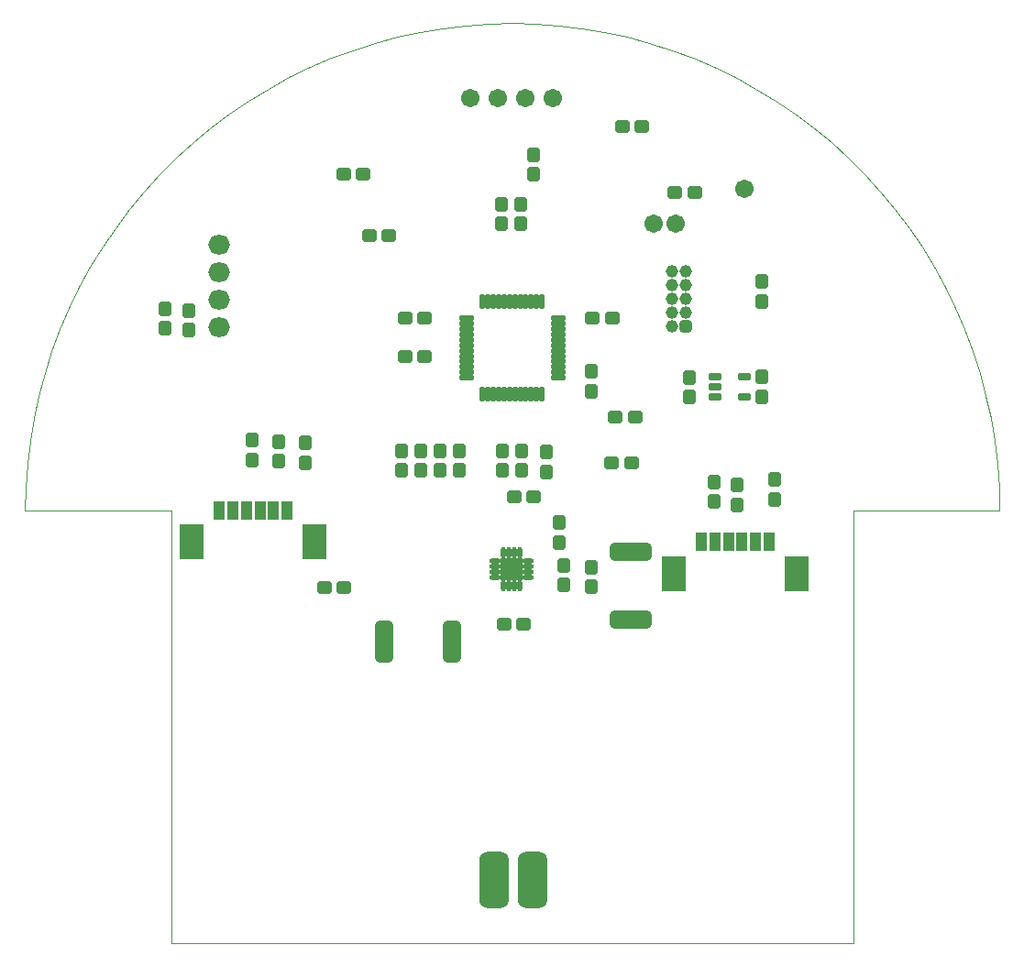
<source format=gts>
%FSLAX25Y25*%
%MOIN*%
G70*
G01*
G75*
G04 Layer_Color=8388736*
%ADD10R,0.03189X0.06299*%
%ADD11R,0.08268X0.11811*%
G04:AMPARAMS|DCode=12|XSize=98.43mil|YSize=196.85mil|CornerRadius=24.61mil|HoleSize=0mil|Usage=FLASHONLY|Rotation=180.000|XOffset=0mil|YOffset=0mil|HoleType=Round|Shape=RoundedRectangle|*
%AMROUNDEDRECTD12*
21,1,0.09843,0.14764,0,0,180.0*
21,1,0.04921,0.19685,0,0,180.0*
1,1,0.04921,-0.02461,0.07382*
1,1,0.04921,0.02461,0.07382*
1,1,0.04921,0.02461,-0.07382*
1,1,0.04921,-0.02461,-0.07382*
%
%ADD12ROUNDEDRECTD12*%
%ADD13C,0.05906*%
%ADD14R,0.07087X0.07087*%
%ADD15O,0.00984X0.03543*%
%ADD16O,0.03543X0.00984*%
G04:AMPARAMS|DCode=17|XSize=11.81mil|YSize=47.24mil|CornerRadius=2.95mil|HoleSize=0mil|Usage=FLASHONLY|Rotation=180.000|XOffset=0mil|YOffset=0mil|HoleType=Round|Shape=RoundedRectangle|*
%AMROUNDEDRECTD17*
21,1,0.01181,0.04134,0,0,180.0*
21,1,0.00591,0.04724,0,0,180.0*
1,1,0.00591,-0.00295,0.02067*
1,1,0.00591,0.00295,0.02067*
1,1,0.00591,0.00295,-0.02067*
1,1,0.00591,-0.00295,-0.02067*
%
%ADD17ROUNDEDRECTD17*%
G04:AMPARAMS|DCode=18|XSize=11.81mil|YSize=47.24mil|CornerRadius=2.95mil|HoleSize=0mil|Usage=FLASHONLY|Rotation=90.000|XOffset=0mil|YOffset=0mil|HoleType=Round|Shape=RoundedRectangle|*
%AMROUNDEDRECTD18*
21,1,0.01181,0.04134,0,0,90.0*
21,1,0.00591,0.04724,0,0,90.0*
1,1,0.00591,0.02067,0.00295*
1,1,0.00591,0.02067,-0.00295*
1,1,0.00591,-0.02067,-0.00295*
1,1,0.00591,-0.02067,0.00295*
%
%ADD18ROUNDEDRECTD18*%
G04:AMPARAMS|DCode=19|XSize=145.67mil|YSize=59.06mil|CornerRadius=14.76mil|HoleSize=0mil|Usage=FLASHONLY|Rotation=270.000|XOffset=0mil|YOffset=0mil|HoleType=Round|Shape=RoundedRectangle|*
%AMROUNDEDRECTD19*
21,1,0.14567,0.02953,0,0,270.0*
21,1,0.11614,0.05906,0,0,270.0*
1,1,0.02953,-0.01476,-0.05807*
1,1,0.02953,-0.01476,0.05807*
1,1,0.02953,0.01476,0.05807*
1,1,0.02953,0.01476,-0.05807*
%
%ADD19ROUNDEDRECTD19*%
G04:AMPARAMS|DCode=20|XSize=145.67mil|YSize=59.06mil|CornerRadius=14.76mil|HoleSize=0mil|Usage=FLASHONLY|Rotation=180.000|XOffset=0mil|YOffset=0mil|HoleType=Round|Shape=RoundedRectangle|*
%AMROUNDEDRECTD20*
21,1,0.14567,0.02953,0,0,180.0*
21,1,0.11614,0.05906,0,0,180.0*
1,1,0.02953,-0.05807,0.01476*
1,1,0.02953,0.05807,0.01476*
1,1,0.02953,0.05807,-0.01476*
1,1,0.02953,-0.05807,-0.01476*
%
%ADD20ROUNDEDRECTD20*%
G04:AMPARAMS|DCode=21|XSize=41.34mil|YSize=47.24mil|CornerRadius=10.34mil|HoleSize=0mil|Usage=FLASHONLY|Rotation=270.000|XOffset=0mil|YOffset=0mil|HoleType=Round|Shape=RoundedRectangle|*
%AMROUNDEDRECTD21*
21,1,0.04134,0.02658,0,0,270.0*
21,1,0.02067,0.04724,0,0,270.0*
1,1,0.02067,-0.01329,-0.01034*
1,1,0.02067,-0.01329,0.01034*
1,1,0.02067,0.01329,0.01034*
1,1,0.02067,0.01329,-0.01034*
%
%ADD21ROUNDEDRECTD21*%
G04:AMPARAMS|DCode=22|XSize=41.34mil|YSize=47.24mil|CornerRadius=10.34mil|HoleSize=0mil|Usage=FLASHONLY|Rotation=180.000|XOffset=0mil|YOffset=0mil|HoleType=Round|Shape=RoundedRectangle|*
%AMROUNDEDRECTD22*
21,1,0.04134,0.02658,0,0,180.0*
21,1,0.02067,0.04724,0,0,180.0*
1,1,0.02067,-0.01034,0.01329*
1,1,0.02067,0.01034,0.01329*
1,1,0.02067,0.01034,-0.01329*
1,1,0.02067,-0.01034,-0.01329*
%
%ADD22ROUNDEDRECTD22*%
G04:AMPARAMS|DCode=23|XSize=21.65mil|YSize=39.37mil|CornerRadius=5.41mil|HoleSize=0mil|Usage=FLASHONLY|Rotation=270.000|XOffset=0mil|YOffset=0mil|HoleType=Round|Shape=RoundedRectangle|*
%AMROUNDEDRECTD23*
21,1,0.02165,0.02854,0,0,270.0*
21,1,0.01083,0.03937,0,0,270.0*
1,1,0.01083,-0.01427,-0.00541*
1,1,0.01083,-0.01427,0.00541*
1,1,0.01083,0.01427,0.00541*
1,1,0.01083,0.01427,-0.00541*
%
%ADD23ROUNDEDRECTD23*%
%ADD24C,0.00787*%
%ADD25C,0.00394*%
%ADD26O,0.07087X0.06299*%
G04:AMPARAMS|DCode=27|XSize=37.4mil|YSize=37.4mil|CornerRadius=9.35mil|HoleSize=0mil|Usage=FLASHONLY|Rotation=90.000|XOffset=0mil|YOffset=0mil|HoleType=Round|Shape=RoundedRectangle|*
%AMROUNDEDRECTD27*
21,1,0.03740,0.01870,0,0,90.0*
21,1,0.01870,0.03740,0,0,90.0*
1,1,0.01870,0.00935,0.00935*
1,1,0.01870,0.00935,-0.00935*
1,1,0.01870,-0.00935,-0.00935*
1,1,0.01870,-0.00935,0.00935*
%
%ADD27ROUNDEDRECTD27*%
%ADD28C,0.03740*%
%ADD29C,0.01969*%
%ADD30C,0.03937*%
%ADD31C,0.00984*%
%ADD32C,0.01000*%
%ADD33R,0.03989X0.07099*%
%ADD34R,0.09068X0.12611*%
G04:AMPARAMS|DCode=35|XSize=106.42mil|YSize=204.85mil|CornerRadius=28.61mil|HoleSize=0mil|Usage=FLASHONLY|Rotation=180.000|XOffset=0mil|YOffset=0mil|HoleType=Round|Shape=RoundedRectangle|*
%AMROUNDEDRECTD35*
21,1,0.10642,0.14764,0,0,180.0*
21,1,0.04921,0.20485,0,0,180.0*
1,1,0.05721,-0.02461,0.07382*
1,1,0.05721,0.02461,0.07382*
1,1,0.05721,0.02461,-0.07382*
1,1,0.05721,-0.02461,-0.07382*
%
%ADD35ROUNDEDRECTD35*%
%ADD36C,0.06706*%
%ADD37R,0.07887X0.07887*%
%ADD38O,0.01784X0.04343*%
%ADD39O,0.04343X0.01784*%
G04:AMPARAMS|DCode=40|XSize=19.81mil|YSize=55.24mil|CornerRadius=6.95mil|HoleSize=0mil|Usage=FLASHONLY|Rotation=180.000|XOffset=0mil|YOffset=0mil|HoleType=Round|Shape=RoundedRectangle|*
%AMROUNDEDRECTD40*
21,1,0.01981,0.04134,0,0,180.0*
21,1,0.00591,0.05524,0,0,180.0*
1,1,0.01391,-0.00295,0.02067*
1,1,0.01391,0.00295,0.02067*
1,1,0.01391,0.00295,-0.02067*
1,1,0.01391,-0.00295,-0.02067*
%
%ADD40ROUNDEDRECTD40*%
G04:AMPARAMS|DCode=41|XSize=19.81mil|YSize=55.24mil|CornerRadius=6.95mil|HoleSize=0mil|Usage=FLASHONLY|Rotation=90.000|XOffset=0mil|YOffset=0mil|HoleType=Round|Shape=RoundedRectangle|*
%AMROUNDEDRECTD41*
21,1,0.01981,0.04134,0,0,90.0*
21,1,0.00591,0.05524,0,0,90.0*
1,1,0.01391,0.02067,0.00295*
1,1,0.01391,0.02067,-0.00295*
1,1,0.01391,-0.02067,-0.00295*
1,1,0.01391,-0.02067,0.00295*
%
%ADD41ROUNDEDRECTD41*%
G04:AMPARAMS|DCode=42|XSize=153.67mil|YSize=67.06mil|CornerRadius=18.76mil|HoleSize=0mil|Usage=FLASHONLY|Rotation=270.000|XOffset=0mil|YOffset=0mil|HoleType=Round|Shape=RoundedRectangle|*
%AMROUNDEDRECTD42*
21,1,0.15367,0.02953,0,0,270.0*
21,1,0.11614,0.06706,0,0,270.0*
1,1,0.03753,-0.01476,-0.05807*
1,1,0.03753,-0.01476,0.05807*
1,1,0.03753,0.01476,0.05807*
1,1,0.03753,0.01476,-0.05807*
%
%ADD42ROUNDEDRECTD42*%
G04:AMPARAMS|DCode=43|XSize=153.67mil|YSize=67.06mil|CornerRadius=18.76mil|HoleSize=0mil|Usage=FLASHONLY|Rotation=180.000|XOffset=0mil|YOffset=0mil|HoleType=Round|Shape=RoundedRectangle|*
%AMROUNDEDRECTD43*
21,1,0.15367,0.02953,0,0,180.0*
21,1,0.11614,0.06706,0,0,180.0*
1,1,0.03753,-0.05807,0.01476*
1,1,0.03753,0.05807,0.01476*
1,1,0.03753,0.05807,-0.01476*
1,1,0.03753,-0.05807,-0.01476*
%
%ADD43ROUNDEDRECTD43*%
G04:AMPARAMS|DCode=44|XSize=49.34mil|YSize=55.24mil|CornerRadius=14.34mil|HoleSize=0mil|Usage=FLASHONLY|Rotation=270.000|XOffset=0mil|YOffset=0mil|HoleType=Round|Shape=RoundedRectangle|*
%AMROUNDEDRECTD44*
21,1,0.04934,0.02658,0,0,270.0*
21,1,0.02067,0.05524,0,0,270.0*
1,1,0.02867,-0.01329,-0.01034*
1,1,0.02867,-0.01329,0.01034*
1,1,0.02867,0.01329,0.01034*
1,1,0.02867,0.01329,-0.01034*
%
%ADD44ROUNDEDRECTD44*%
G04:AMPARAMS|DCode=45|XSize=49.34mil|YSize=55.24mil|CornerRadius=14.34mil|HoleSize=0mil|Usage=FLASHONLY|Rotation=180.000|XOffset=0mil|YOffset=0mil|HoleType=Round|Shape=RoundedRectangle|*
%AMROUNDEDRECTD45*
21,1,0.04934,0.02658,0,0,180.0*
21,1,0.02067,0.05524,0,0,180.0*
1,1,0.02867,-0.01034,0.01329*
1,1,0.02867,0.01034,0.01329*
1,1,0.02867,0.01034,-0.01329*
1,1,0.02867,-0.01034,-0.01329*
%
%ADD45ROUNDEDRECTD45*%
G04:AMPARAMS|DCode=46|XSize=29.65mil|YSize=47.37mil|CornerRadius=9.41mil|HoleSize=0mil|Usage=FLASHONLY|Rotation=270.000|XOffset=0mil|YOffset=0mil|HoleType=Round|Shape=RoundedRectangle|*
%AMROUNDEDRECTD46*
21,1,0.02965,0.02854,0,0,270.0*
21,1,0.01083,0.04737,0,0,270.0*
1,1,0.01883,-0.01427,-0.00541*
1,1,0.01883,-0.01427,0.00541*
1,1,0.01883,0.01427,0.00541*
1,1,0.01883,0.01427,-0.00541*
%
%ADD46ROUNDEDRECTD46*%
%ADD47O,0.07887X0.07099*%
G04:AMPARAMS|DCode=48|XSize=45.4mil|YSize=45.4mil|CornerRadius=13.35mil|HoleSize=0mil|Usage=FLASHONLY|Rotation=90.000|XOffset=0mil|YOffset=0mil|HoleType=Round|Shape=RoundedRectangle|*
%AMROUNDEDRECTD48*
21,1,0.04540,0.01870,0,0,90.0*
21,1,0.01870,0.04540,0,0,90.0*
1,1,0.02670,0.00935,0.00935*
1,1,0.02670,0.00935,-0.00935*
1,1,0.02670,-0.00935,-0.00935*
1,1,0.02670,-0.00935,0.00935*
%
%ADD48ROUNDEDRECTD48*%
%ADD49C,0.04540*%
%ADD50C,0.02769*%
D25*
X124016Y157480D02*
X177165Y157480D01*
X124016Y0D02*
Y157480D01*
X-124016Y-0D02*
X124016Y0D01*
X-124016Y-0D02*
Y157480D01*
X-177165Y157480D02*
X-124016Y157480D01*
X-177165Y157480D02*
X-176965Y165910D01*
X-176363Y174321D01*
X-175362Y182694D01*
X-173964Y191009D01*
X-172171Y199249D01*
X-169989Y207394D01*
X-167421Y215425D01*
X-164475Y223326D01*
X-161155Y231077D01*
X-157471Y238662D01*
X-153430Y246063D01*
X-149041Y253263D01*
X-144315Y260246D01*
X-139261Y266997D01*
X-133893Y273499D01*
X-128221Y279738D01*
X-122258Y285701D01*
X-116019Y291373D01*
X-109517Y296742D01*
X-102766Y301795D01*
X-95783Y306521D01*
X-88583Y310910D01*
X-81182Y314951D01*
X-73597Y318636D01*
X-65846Y321955D01*
X-57945Y324902D01*
X-49913Y327469D01*
X-41768Y329652D01*
X-33529Y331444D01*
X-25213Y332842D01*
X-16841Y333843D01*
X-8430Y334445D01*
X-0Y334646D01*
X8430Y334445D01*
X16841Y333843D01*
X25213Y332842D01*
X33529Y331444D01*
X41768Y329652D01*
X49913Y327469D01*
X57945Y324902D01*
X65846Y321955D01*
X73597Y318636D01*
X81182Y314951D01*
X88583Y310910D01*
X95783Y306521D01*
X102766Y301795D01*
X109516Y296742D01*
X116019Y291373D01*
X122258Y285701D01*
X128220Y279738D01*
X133893Y273499D01*
X139261Y266997D01*
X144315Y260246D01*
X149041Y253263D01*
X153430Y246063D01*
X157471Y238662D01*
X161155Y231078D01*
X164474Y223326D01*
X167421Y215425D01*
X169989Y207394D01*
X172171Y199249D01*
X173964Y191009D01*
X175362Y182694D01*
X176363Y174321D01*
X176965Y165910D01*
X177165Y157480D01*
D33*
X-81890Y157559D02*
D03*
X-86811D02*
D03*
X-96653D02*
D03*
X-106496D02*
D03*
X-101575D02*
D03*
X-91732D02*
D03*
X93405Y145945D02*
D03*
X88484D02*
D03*
X78642D02*
D03*
X68799D02*
D03*
X73721D02*
D03*
X83563D02*
D03*
D34*
X-116535Y146142D02*
D03*
X-71850D02*
D03*
X58760Y134528D02*
D03*
X103445D02*
D03*
D35*
X-6476Y23031D02*
D03*
X7303D02*
D03*
D36*
X51378Y261910D02*
D03*
X59301Y261811D02*
D03*
X84350Y274508D02*
D03*
X-4587Y23031D02*
D03*
X5413D02*
D03*
X-15197Y307480D02*
D03*
X-5197D02*
D03*
X4803D02*
D03*
X14803D02*
D03*
D37*
X-197Y136122D02*
D03*
D38*
X-3150Y142126D02*
D03*
X-1181D02*
D03*
X787D02*
D03*
X2756D02*
D03*
Y130118D02*
D03*
X787D02*
D03*
X-1181D02*
D03*
X-3150D02*
D03*
D39*
X5807Y139075D02*
D03*
Y137106D02*
D03*
Y135138D02*
D03*
Y133169D02*
D03*
X-6201D02*
D03*
Y135138D02*
D03*
Y137106D02*
D03*
Y139075D02*
D03*
D40*
X-10827Y233268D02*
D03*
X-8858D02*
D03*
X-6890D02*
D03*
X-4921D02*
D03*
X-2953D02*
D03*
X984D02*
D03*
X2953D02*
D03*
X4921D02*
D03*
X6890D02*
D03*
X8858D02*
D03*
X10827D02*
D03*
Y199803D02*
D03*
X8858D02*
D03*
X6890D02*
D03*
X4921D02*
D03*
X2953D02*
D03*
X984D02*
D03*
X-984D02*
D03*
X-2953D02*
D03*
X-4921D02*
D03*
X-6890D02*
D03*
X-8858D02*
D03*
X-10827D02*
D03*
X-984Y233268D02*
D03*
D41*
X16732Y227362D02*
D03*
Y225394D02*
D03*
Y223425D02*
D03*
Y221457D02*
D03*
Y219488D02*
D03*
Y217520D02*
D03*
Y213583D02*
D03*
Y209646D02*
D03*
Y207677D02*
D03*
Y205709D02*
D03*
X-16732D02*
D03*
Y207677D02*
D03*
Y209646D02*
D03*
Y211614D02*
D03*
Y213583D02*
D03*
Y215551D02*
D03*
Y217520D02*
D03*
Y219488D02*
D03*
Y221457D02*
D03*
Y223425D02*
D03*
Y225394D02*
D03*
Y227362D02*
D03*
X16732Y215551D02*
D03*
Y211614D02*
D03*
D42*
X-46555Y109646D02*
D03*
X-21949D02*
D03*
D43*
X43012Y142520D02*
D03*
Y117913D02*
D03*
D44*
X66339Y273228D02*
D03*
X59252D02*
D03*
X-61319Y279823D02*
D03*
X-54232D02*
D03*
X689Y162402D02*
D03*
X7776D02*
D03*
X-61122Y129528D02*
D03*
X-68209D02*
D03*
X44685Y191437D02*
D03*
X37598D02*
D03*
X-44783Y257480D02*
D03*
X-51870D02*
D03*
X-31890Y213583D02*
D03*
X-38976D02*
D03*
X-31791Y227362D02*
D03*
X-38878D02*
D03*
X29232D02*
D03*
X36319D02*
D03*
X4134Y115945D02*
D03*
X-2953D02*
D03*
X43307Y174803D02*
D03*
X36220D02*
D03*
X39961Y296949D02*
D03*
X47047D02*
D03*
D45*
X-40256Y171949D02*
D03*
Y179035D02*
D03*
X-33169Y171949D02*
D03*
Y179035D02*
D03*
X-26280Y171949D02*
D03*
Y179035D02*
D03*
X-19390Y171949D02*
D03*
Y179035D02*
D03*
X-3445Y172047D02*
D03*
Y179134D02*
D03*
X3543Y172047D02*
D03*
Y179134D02*
D03*
X-3937Y268799D02*
D03*
Y261713D02*
D03*
X-84941Y175295D02*
D03*
Y182382D02*
D03*
X81693Y166634D02*
D03*
Y159547D02*
D03*
X-75197Y174902D02*
D03*
Y181988D02*
D03*
X95472Y168602D02*
D03*
Y161516D02*
D03*
X17126Y145866D02*
D03*
Y152953D02*
D03*
X18602Y137402D02*
D03*
Y130315D02*
D03*
X28642Y136811D02*
D03*
Y129724D02*
D03*
X3051Y261713D02*
D03*
Y268799D02*
D03*
X7874Y279823D02*
D03*
Y286909D02*
D03*
X28642Y200886D02*
D03*
Y207972D02*
D03*
X90650Y233563D02*
D03*
Y240650D02*
D03*
X-94685Y182972D02*
D03*
Y175886D02*
D03*
X73524Y167815D02*
D03*
Y160728D02*
D03*
X12402Y178642D02*
D03*
Y171555D02*
D03*
X90847Y206004D02*
D03*
Y198917D02*
D03*
X64370Y205709D02*
D03*
Y198622D02*
D03*
X-126181Y230807D02*
D03*
Y223721D02*
D03*
X-117717Y223031D02*
D03*
Y230118D02*
D03*
D46*
X84350Y206201D02*
D03*
Y198721D02*
D03*
X73721D02*
D03*
Y202461D02*
D03*
Y206201D02*
D03*
D47*
X-106595Y224173D02*
D03*
Y234173D02*
D03*
Y254173D02*
D03*
Y244173D02*
D03*
D48*
X63130Y224350D02*
D03*
D49*
X58130D02*
D03*
X63130Y229350D02*
D03*
Y234350D02*
D03*
X58130Y229350D02*
D03*
Y234350D02*
D03*
X63130Y239350D02*
D03*
Y244350D02*
D03*
X58130Y239350D02*
D03*
Y244350D02*
D03*
D50*
X1969Y133957D02*
D03*
X-2362D02*
D03*
X1969Y138287D02*
D03*
X-2362D02*
D03*
M02*

</source>
